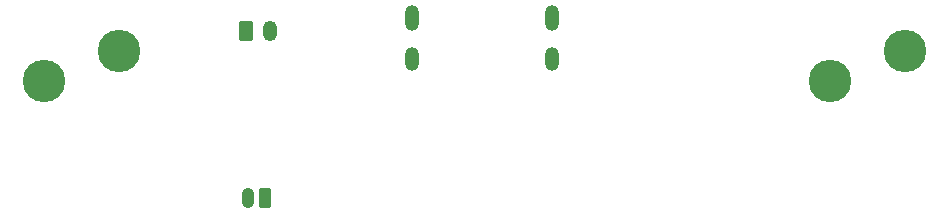
<source format=gbr>
%TF.GenerationSoftware,KiCad,Pcbnew,9.0.3*%
%TF.CreationDate,2025-07-19T05:00:43-04:00*%
%TF.ProjectId,board,626f6172-642e-46b6-9963-61645f706362,rev?*%
%TF.SameCoordinates,Original*%
%TF.FileFunction,Soldermask,Top*%
%TF.FilePolarity,Negative*%
%FSLAX46Y46*%
G04 Gerber Fmt 4.6, Leading zero omitted, Abs format (unit mm)*
G04 Created by KiCad (PCBNEW 9.0.3) date 2025-07-19 05:00:43*
%MOMM*%
%LPD*%
G01*
G04 APERTURE LIST*
G04 Aperture macros list*
%AMRoundRect*
0 Rectangle with rounded corners*
0 $1 Rounding radius*
0 $2 $3 $4 $5 $6 $7 $8 $9 X,Y pos of 4 corners*
0 Add a 4 corners polygon primitive as box body*
4,1,4,$2,$3,$4,$5,$6,$7,$8,$9,$2,$3,0*
0 Add four circle primitives for the rounded corners*
1,1,$1+$1,$2,$3*
1,1,$1+$1,$4,$5*
1,1,$1+$1,$6,$7*
1,1,$1+$1,$8,$9*
0 Add four rect primitives between the rounded corners*
20,1,$1+$1,$2,$3,$4,$5,0*
20,1,$1+$1,$4,$5,$6,$7,0*
20,1,$1+$1,$6,$7,$8,$9,0*
20,1,$1+$1,$8,$9,$2,$3,0*%
G04 Aperture macros list end*
%ADD10RoundRect,0.250000X-0.350000X-0.625000X0.350000X-0.625000X0.350000X0.625000X-0.350000X0.625000X0*%
%ADD11O,1.200000X1.750000*%
%ADD12RoundRect,0.250000X0.265000X0.615000X-0.265000X0.615000X-0.265000X-0.615000X0.265000X-0.615000X0*%
%ADD13O,1.030000X1.730000*%
%ADD14C,3.600000*%
%ADD15O,1.204000X2.004000*%
%ADD16O,1.204000X2.204000*%
G04 APERTURE END LIST*
D10*
%TO.C,J2*%
X43000000Y-22950000D03*
D11*
X45000001Y-22950000D03*
%TD*%
D12*
%TO.C,J3*%
X44650000Y-37025000D03*
D13*
X43150000Y-37025000D03*
%TD*%
D14*
%TO.C,SW1*%
X25890000Y-27160000D03*
X32240000Y-24620000D03*
%TD*%
%TO.C,SW2*%
X92490000Y-27160000D03*
X98840000Y-24620000D03*
%TD*%
D15*
%TO.C,J1*%
X57050000Y-25300000D03*
X68950000Y-25300000D03*
D16*
X57050000Y-21800000D03*
X68950000Y-21800000D03*
%TD*%
M02*

</source>
